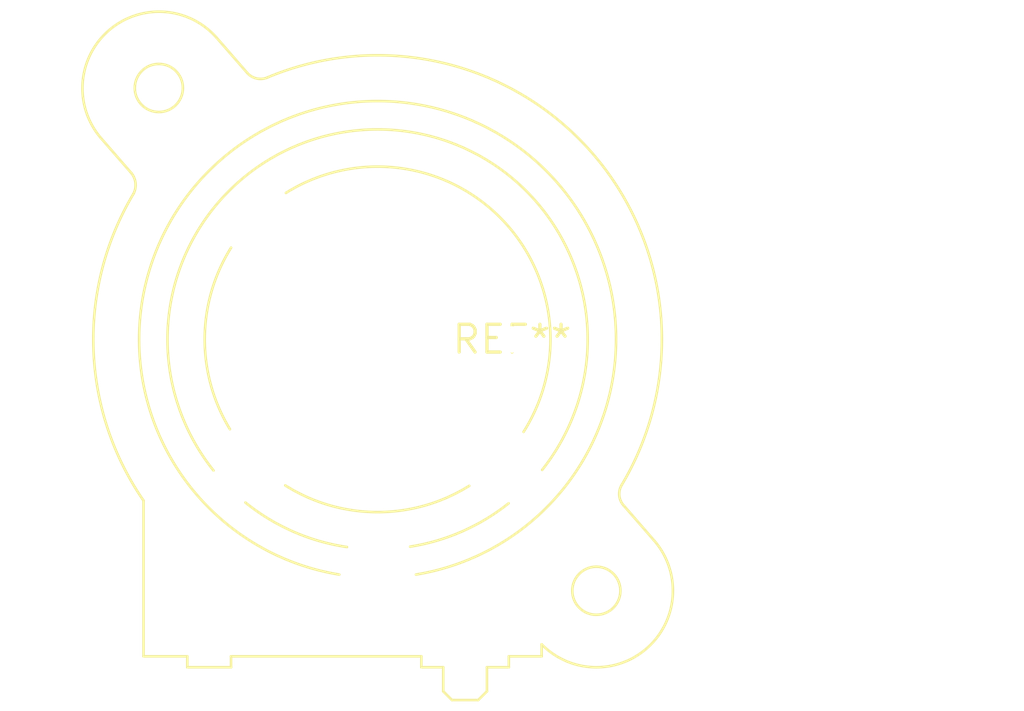
<source format=kicad_pcb>
(kicad_pcb (version 20240108) (generator pcbnew)
  (layers (0 "F.Cu" signal) (31 "B.Cu" signal) (34 "B.Paste" user) (35 "F.Paste" user) (36 "B.SilkS" user "B.Silkscreen") (37 "F.SilkS" user "F.Silkscreen") (38 "B.Mask" user) (39 "F.Mask" user) (44 "Edge.Cuts" user))
  (net 0 "")
  (footprint "Jack_XLR-6.35mm_Neutrik_NCJ9FI-V-0_Vertical" (layer "F.Cu") (at 0 0)
    (property "Reference" "REF**")
    (property "Value" "Jack_XLR-6.35mm_Neutrik_NCJ9FI-V-0_Vertical")
    (fp_line (start -17.4 -7.6) (end -18.79 -9.2) (layer "F.SilkS") (stroke (width 0.12)))
    (fp_line (start -16.85 14.5) (end -16.85 7.38) (layer "F.SilkS") (stroke (width 0.12)))
    (fp_line (start -14.85 14.5) (end -16.85 14.5) (layer "F.SilkS") (stroke (width 0.12)))
    (fp_line (start -14.85 14.5) (end -14.85 15) (layer "F.SilkS") (stroke (width 0.12)))
    (fp_line (start -13.51 -13.8) (end -12.11 -12.19) (layer "F.SilkS") (stroke (width 0.12)))
    (fp_line (start -12.85 14.5) (end -12.85 15) (layer "F.SilkS") (stroke (width 0.12)))
    (fp_line (start -12.85 15) (end -14.85 15) (layer "F.SilkS") (stroke (width 0.12)))
    (fp_line (start -4.15 14.5) (end -12.85 14.5) (layer "F.SilkS") (stroke (width 0.12)))
    (fp_line (start -4.15 14.5) (end -4.15 15) (layer "F.SilkS") (stroke (width 0.12)))
    (fp_line (start -3.15 15) (end -4.15 15) (layer "F.SilkS") (stroke (width 0.12)))
    (fp_line (start -3.15 15) (end -3.15 16.1) (layer "F.SilkS") (stroke (width 0.12)))
    (fp_line (start -3.15 16.1) (end -2.75 16.5) (layer "F.SilkS") (stroke (width 0.12)))
    (fp_line (start -1.55 16.5) (end -2.75 16.5) (layer "F.SilkS") (stroke (width 0.12)))
    (fp_line (start -1.15 15) (end -1.15 16.1) (layer "F.SilkS") (stroke (width 0.12)))
    (fp_line (start -1.15 16.1) (end -1.55 16.5) (layer "F.SilkS") (stroke (width 0.12)))
    (fp_line (start -0.15 14.5) (end -0.15 15) (layer "F.SilkS") (stroke (width 0.12)))
    (fp_line (start -0.15 15) (end -1.15 15) (layer "F.SilkS") (stroke (width 0.12)))
    (fp_line (start 1.35 13.95) (end 1.35 14.5) (layer "F.SilkS") (stroke (width 0.12)))
    (fp_line (start 1.35 14.5) (end -0.15 14.5) (layer "F.SilkS") (stroke (width 0.12)))
    (fp_line (start 5.1 7.6) (end 6.49 9.2) (layer "F.SilkS") (stroke (width 0.12)))
    (fp_arc (start -18.79 -9.2) (mid -18.45 -14.14) (end -13.51 -13.8) (layer "F.SilkS") (stroke (width 0.12)))
    (fp_arc (start -17.400452 -7.59955) (mid -17.216295 -7.14315) (end -17.31 -6.66) (layer "F.SilkS") (stroke (width 0.12)))
    (fp_arc (start -16.851206 7.374645) (mid -19.139261 0.42462) (end -17.31 -6.66) (layer "F.SilkS") (stroke (width 0.12)))
    (fp_arc (start -13.65 6) (mid -6.168408 -9.604669) (end 1.372943 5.971208) (layer "F.SilkS") (stroke (width 0.12)))
    (fp_arc (start -12.9 4.11) (mid -14.052663 -0.0501) (end -12.847348 -4.195251) (layer "F.SilkS") (stroke (width 0.12)))
    (fp_arc (start -11.201352 -11.974349) (mid 3.655031 -8.530097) (end 5.01 6.66) (layer "F.SilkS") (stroke (width 0.12)))
    (fp_arc (start -11.177539 -11.981856) (mid -11.677484 -11.93489) (end -12.11 -12.19) (layer "F.SilkS") (stroke (width 0.12)))
    (fp_arc (start -10.34 -6.7) (mid -0.544787 -5.570251) (end 0.523653 4.231839) (layer "F.SilkS") (stroke (width 0.12)))
    (fp_arc (start -7.9 10.76) (mid -6.152346 -10.90138) (end -4.395368 10.759246) (layer "F.SilkS") (stroke (width 0.12)))
    (fp_arc (start -7.55 9.5) (mid -10.007174 8.793873) (end -12.190932 7.464391) (layer "F.SilkS") (stroke (width 0.12)))
    (fp_arc (start -1.96 6.7) (mid -6.167825 7.902264) (end -10.370184 6.681029) (layer "F.SilkS") (stroke (width 0.12)))
    (fp_arc (start -0.16 7.5) (mid -2.282236 8.784674) (end -4.662837 9.482534) (layer "F.SilkS") (stroke (width 0.12)))
    (fp_arc (start 5.109394 7.611661) (mid 4.900255 7.152483) (end 5.01 6.66) (layer "F.SilkS") (stroke (width 0.12)))
    (fp_arc (start 6.49 9.2) (mid 6.227307 14.070606) (end 1.351052 13.95252) (layer "F.SilkS") (stroke (width 0.12)))
    (fp_circle (center -16.15 -11.5) (end -15.05 -11.5) (layer "F.SilkS") (stroke (width 0.12)) (fill none))
    (fp_circle (center 3.85 11.5) (end 4.95 11.5) (layer "F.SilkS") (stroke (width 0.12)) (fill none))
    (pad "1" thru_hole circle (at 0 0) (size 2.9 2.9) (drill 1.2) (layers *.Cu *.Mask) (remove_unused_layers))
    (pad "2" thru_hole circle (at -12.3 0) (size 2.9 2.9) (drill 1.2) (layers *.Cu *.Mask) (remove_unused_layers))
    (pad "3" thru_hole circle (at -6.15 6.05) (size 2.9 2.9) (drill 1.2) (layers *.Cu *.Mask) (remove_unused_layers))
    (pad "G" thru_hole circle (at -6.15 10.45) (size 2.9 2.9) (drill 1.2) (layers *.Cu *.Mask) (remove_unused_layers))
    (pad "R" thru_hole circle (at -0.35 5.8) (size 2.9 2.9) (drill 1.2) (layers *.Cu *.Mask) (remove_unused_layers))
    (pad "RN" thru_hole circle (at -3.15 3) (size 2.9 2.9) (drill 1.2) (layers *.Cu *.Mask) (remove_unused_layers))
    (pad "S" thru_hole circle (at -11.95 5.8) (size 2.9 2.9) (drill 1.2) (layers *.Cu *.Mask) (remove_unused_layers))
    (pad "SN" thru_hole circle (at -9.15 3) (size 2.9 2.9) (drill 1.2) (layers *.Cu *.Mask) (remove_unused_layers))
    (pad "T" thru_hole circle (at -11.35 -5.2) (size 2.9 2.9) (drill 1.2) (layers *.Cu *.Mask) (remove_unused_layers))
    (pad "TN" thru_hole circle (at -9.15 -3) (size 2.9 2.9) (drill 1.2) (layers *.Cu *.Mask) (remove_unused_layers))
  )
)
</source>
